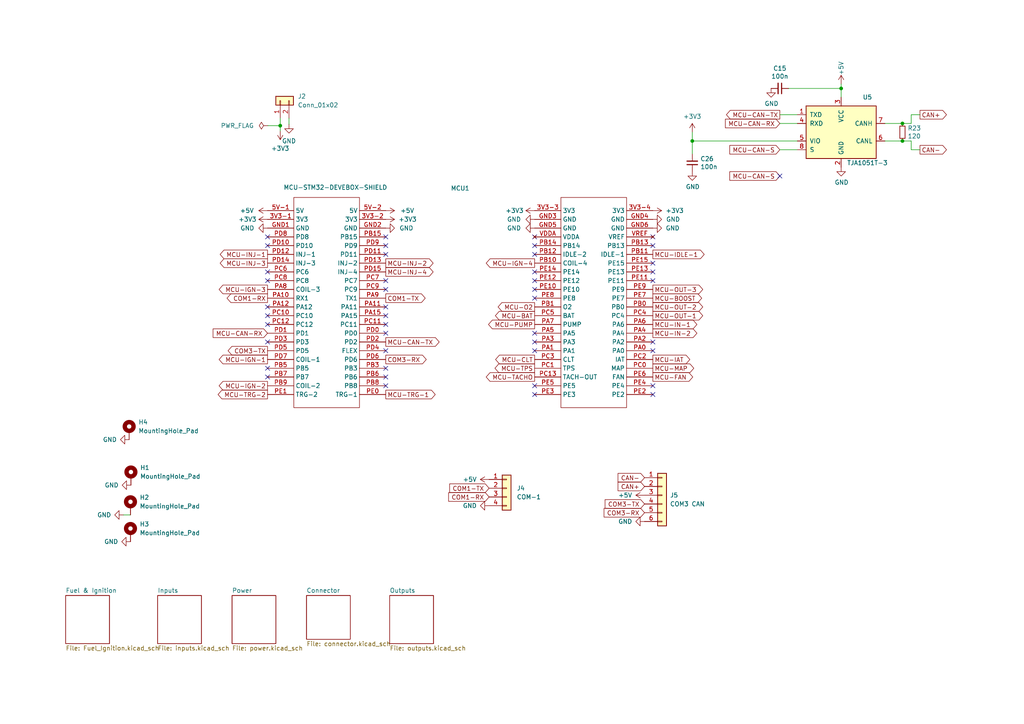
<source format=kicad_sch>
(kicad_sch (version 20230121) (generator eeschema)
  (paper "A4")
  (title_block (title "0.4") (date "2021-03-27") (rev "4d") (company "Speeduino"))
  (lib_symbols
    (symbol "Connector_Generic:Conn_01x02" (pin_names (offset 1.016) hide)
      (property "Reference" "J2" (at 1.27 -5.08 90))
      (property "Value" "Conn_01x02" (at -1.27 -5.08 90))
      (symbol "Conn_01x02_1_1"
        (rectangle (start -1.27 -2.413) (end 0 -2.667) (stroke (width 0.1524)))
        (rectangle (start -1.27 0.127) (end 0 -0.127) (stroke (width 0.1524)))
        (rectangle (start -1.27 1.27) (end 1.27 -3.81) (stroke (width 0.254)) (fill (type background)))
        (pin power_in line (at -5.08 0 0) (length 3.81) (name "Pin_1") (number "1"))
        (pin passive line (at -5.08 -2.54 0) (length 3.81) (name "Pin_2") (number "2"))
      )
    )
    (symbol "Connector_Generic:Conn_01x04" (pin_names (offset 1.016) hide)
      (property "Reference" "J" (at 0 5.08 0))
      (property "Value" "Conn_01x04" (at 0 -7.62 0))
      (symbol "Conn_01x04_1_1"
        (rectangle (start -1.27 -4.953) (end 0 -5.207) (stroke (width 0.1524)))
        (rectangle (start -1.27 -2.413) (end 0 -2.667) (stroke (width 0.1524)))
        (rectangle (start -1.27 0.127) (end 0 -0.127) (stroke (width 0.1524)))
        (rectangle (start -1.27 2.667) (end 0 2.413) (stroke (width 0.1524)))
        (rectangle (start -1.27 3.81) (end 1.27 -6.35) (stroke (width 0.254)) (fill (type background)))
        (pin passive line (at -5.08 2.54 0) (length 3.81) (name "Pin_1") (number "1"))
        (pin passive line (at -5.08 0 0) (length 3.81) (name "Pin_2") (number "2"))
        (pin passive line (at -5.08 -2.54 0) (length 3.81) (name "Pin_3") (number "3"))
        (pin passive line (at -5.08 -5.08 0) (length 3.81) (name "Pin_4") (number "4"))
      )
    )
    (symbol "Connector_Generic:Conn_01x06" (pin_names (offset 1.016) hide)
      (property "Reference" "J" (at 0 7.62 0))
      (property "Value" "Conn_01x06" (at 0 -10.16 0))
      (symbol "Conn_01x06_1_1"
        (rectangle (start -1.27 -7.493) (end 0 -7.747) (stroke (width 0.1524)))
        (rectangle (start -1.27 -4.953) (end 0 -5.207) (stroke (width 0.1524)))
        (rectangle (start -1.27 -2.413) (end 0 -2.667) (stroke (width 0.1524)))
        (rectangle (start -1.27 0.127) (end 0 -0.127) (stroke (width 0.1524)))
        (rectangle (start -1.27 2.667) (end 0 2.413) (stroke (width 0.1524)))
        (rectangle (start -1.27 5.207) (end 0 4.953) (stroke (width 0.1524)))
        (rectangle (start -1.27 6.35) (end 1.27 -8.89) (stroke (width 0.254)) (fill (type background)))
        (pin passive line (at -5.08 5.08 0) (length 3.81) (name "Pin_1") (number "1"))
        (pin passive line (at -5.08 2.54 0) (length 3.81) (name "Pin_2") (number "2"))
        (pin passive line (at -5.08 0 0) (length 3.81) (name "Pin_3") (number "3"))
        (pin passive line (at -5.08 -2.54 0) (length 3.81) (name "Pin_4") (number "4"))
        (pin passive line (at -5.08 -5.08 0) (length 3.81) (name "Pin_5") (number "5"))
        (pin passive line (at -5.08 -7.62 0) (length 3.81) (name "Pin_6") (number "6"))
      )
    )
    (symbol "Device:C_Small" (pin_numbers hide) (pin_names (offset 0.254) hide)
      (property "Reference" "C" (at 0.254 1.778 0))
      (property "Value" "C_Small" (at 0.254 -2.032 0))
      (symbol "C_Small_0_1"
        (polyline (pts (xy -1.524 -0.508) (xy 1.524 -0.508)) (stroke (width 0.3302)))
        (polyline (pts (xy -1.524 0.508) (xy 1.524 0.508)) (stroke (width 0.3048)))
      )
      (symbol "C_Small_1_1"
        (pin passive line (at 0 2.54 270) (length 2.032) (name "~") (number "1"))
        (pin passive line (at 0 -2.54 90) (length 2.032) (name "~") (number "2"))
      )
    )
    (symbol "Device:R_Small" (pin_numbers hide) (pin_names (offset 0.254) hide)
      (property "Reference" "R" (at 0.762 0.508 0))
      (property "Value" "R_Small" (at 0.762 -1.016 0))
      (symbol "R_Small_0_1"
        (rectangle (start -0.762 1.778) (end 0.762 -1.778) (stroke (width 0.2032)))
      )
      (symbol "R_Small_1_1"
        (pin passive line (at 0 2.54 270) (length 0.762) (name "~") (number "1"))
        (pin passive line (at 0 -2.54 90) (length 0.762) (name "~") (number "2"))
      )
    )
    (symbol "Interface_CAN_LIN:TJA1051T-3" (pin_names (offset 1.016))
      (property "Reference" "U" (at -10.16 8.89 0))
      (property "Value" "TJA1051T-3" (at 1.27 8.89 0))
      (symbol "TJA1051T-3_0_1"
        (rectangle (start -10.16 7.62) (end 10.16 -7.62) (stroke (width 0.254)) (fill (type background)))
      )
      (symbol "TJA1051T-3_1_1"
        (pin input line (at -12.7 5.08 0) (length 2.54) (name "TXD") (number "1"))
        (pin power_in line (at 0 -10.16 90) (length 2.54) (name "GND") (number "2"))
        (pin power_in line (at 0 10.16 270) (length 2.54) (name "VCC") (number "3"))
        (pin output line (at -12.7 2.54 0) (length 2.54) (name "RXD") (number "4"))
        (pin power_in line (at -12.7 -2.54 0) (length 2.54) (name "VIO") (number "5"))
        (pin bidirectional line (at 12.7 -2.54 180) (length 2.54) (name "CANL") (number "6"))
        (pin bidirectional line (at 12.7 2.54 180) (length 2.54) (name "CANH") (number "7"))
        (pin input line (at -12.7 -5.08 0) (length 2.54) (name "S") (number "8"))
      )
    )
    (symbol "Mechanical:MountingHole_Pad" (pin_numbers hide) (pin_names (offset 1.016) hide)
      (property "Reference" "H" (at 0 6.35 0))
      (property "Value" "MountingHole_Pad" (at 0 4.445 0))
      (symbol "MountingHole_Pad_0_1"
        (circle (center 0 1.27) (radius 1.27) (stroke (width 1.27)))
      )
      (symbol "MountingHole_Pad_1_1"
        (pin input line (at 0 -2.54 90) (length 2.54) (name "1") (number "1"))
      )
    )
    (symbol "power:+3V3" (power) (pin_names (offset 0))
      (property "Value" "+3V3" (at 0 3.556 0))
      (symbol "+3V3_0_1"
        (polyline (pts (xy -0.762 1.27) (xy 0 2.54)))
        (polyline (pts (xy 0 0) (xy 0 2.54)))
        (polyline (pts (xy 0 2.54) (xy 0.762 1.27)))
      )
      (symbol "+3V3_1_1"
        (pin power_in line (at 0 0 90) (length 0) hide (name "+3V3") (number "1"))
      )
    )
    (symbol "power:+5V" (power) (pin_names (offset 0))
      (property "Value" "+5V" (at 0 3.556 0))
      (symbol "+5V_0_1"
        (polyline (pts (xy -0.762 1.27) (xy 0 2.54)))
        (polyline (pts (xy 0 0) (xy 0 2.54)))
        (polyline (pts (xy 0 2.54) (xy 0.762 1.27)))
      )
      (symbol "+5V_1_1"
        (pin power_in line (at 0 0 90) (length 0) hide (name "+5V") (number "1"))
      )
    )
    (symbol "power:GND" (power) (pin_names (offset 0))
      (property "Value" "GND" (at 0 -3.81 0))
      (symbol "GND_0_1"
        (polyline (pts (xy 0 0) (xy 0 -1.27) (xy 1.27 -1.27) (xy 0 -2.54) (xy -1.27 -1.27) (xy 0 -1.27)))
      )
      (symbol "GND_1_1"
        (pin power_in line (at 0 0 270) (length 0) hide (name "GND") (number "1"))
      )
    )
    (symbol "power:PWR_FLAG" (power) (pin_numbers hide) (pin_names (offset 0) hide)
      (property "Value" "PWR_FLAG" (at 0 3.81 0))
      (symbol "PWR_FLAG_0_0"
        (pin power_out line (at 0 0 90) (length 0) (name "pwr") (number "1"))
      )
      (symbol "PWR_FLAG_0_1"
        (polyline (pts (xy 0 0) (xy 0 1.27) (xy -1.016 1.905) (xy 0 2.54) (xy 1.016 1.905) (xy 0 1.27)))
      )
    )
    (symbol "v0.4.3d-rescue:STM32-DEVEBOX"
      (property "Reference" "MCU" (at 43.18 -15.24 0))
      (symbol "STM32-DEVEBOX_1_1"
        (rectangle (start -5.08 12.7) (end 13.97 -48.26))
        (rectangle (start 72.39 12.7) (end 91.44 -48.26))
        (pin power_in line (at -12.7 6.35 0) (length 7.62) (name "3V3") (number "3V3-1"))
        (pin power_in line (at 21.59 6.35 180) (length 7.62) (name "3V3") (number "3V3-2"))
        (pin power_in line (at 64.77 8.89 0) (length 7.62) (name "3V3") (number "3V3-3"))
        (pin power_in line (at 99.06 8.89 180) (length 7.62) (name "3V3") (number "3V3-4"))
        (pin power_in line (at -12.7 8.89 0) (length 7.62) (name "5V") (number "5V-1"))
        (pin power_in line (at 21.59 8.89 180) (length 7.62) (name "5V") (number "5V-2"))
        (pin power_in line (at -12.7 3.81 0) (length 7.62) (name "GND") (number "GND1"))
        (pin power_in line (at 21.59 3.81 180) (length 7.62) (name "GND") (number "GND2"))
        (pin power_in line (at 64.77 6.35 0) (length 7.62) (name "GND") (number "GND3"))
        (pin power_in line (at 99.06 6.35 180) (length 7.62) (name "GND") (number "GND4"))
        (pin power_in line (at 64.77 3.81 0) (length 7.62) (name "GND") (number "GND5"))
        (pin power_in line (at 99.06 3.81 180) (length 7.62) (name "GND") (number "GND6"))
        (pin bidirectional line (at 99.06 -31.75 180) (length 7.62) (name "PA0") (number "PA0"))
        (pin bidirectional line (at 64.77 -31.75 0) (length 7.62) (name "PA1") (number "PA1"))
        (pin bidirectional line (at -12.7 -16.51 0) (length 7.62) (name "RX1") (number "PA10"))
        (pin bidirectional line (at 21.59 -19.05 180) (length 7.62) (name "PA11") (number "PA11"))
        (pin bidirectional line (at -12.7 -19.05 0) (length 7.62) (name "PA12") (number "PA12"))
        (pin bidirectional line (at 21.59 -21.59 180) (length 7.62) (name "PA15") (number "PA15"))
        (pin bidirectional line (at 99.06 -29.21 180) (length 7.62) (name "PA2") (number "PA2"))
        (pin bidirectional line (at 64.77 -29.21 0) (length 7.62) (name "PA3") (number "PA3"))
        (pin bidirectional line (at 99.06 -26.67 180) (length 7.62) (name "PA4") (number "PA4"))
        (pin bidirectional line (at 64.77 -26.67 0) (length 7.62) (name "PA5") (number "PA5"))
        (pin bidirectional line (at 99.06 -24.13 180) (length 7.62) (name "PA6") (number "PA6"))
        (pin bidirectional line (at 64.77 -24.13 0) (length 7.62) (name "PUMP") (number "PA7"))
        (pin bidirectional line (at -12.7 -13.97 0) (length 7.62) (name "COIL-3") (number "PA8"))
        (pin bidirectional line (at 21.59 -16.51 180) (length 7.62) (name "TX1") (number "PA9"))
        (pin bidirectional line (at 99.06 -19.05 180) (length 7.62) (name "PB0") (number "PB0"))
        (pin bidirectional line (at 64.77 -19.05 0) (length 7.62) (name "O2") (number "PB1"))
        (pin bidirectional line (at 64.77 -6.35 0) (length 7.62) (name "COIL-4") (number "PB10"))
        (pin bidirectional line (at 99.06 -3.81 180) (length 7.62) (name "IDLE-1") (number "PB11"))
        (pin bidirectional line (at 64.77 -3.81 0) (length 7.62) (name "IDLE-2") (number "PB12"))
        (pin bidirectional line (at 99.06 -1.27 180) (length 7.62) (name "PB13") (number "PB13"))
        (pin bidirectional line (at 64.77 -1.27 0) (length 7.62) (name "PB14") (number "PB14"))
        (pin bidirectional line (at 21.59 1.27 180) (length 7.62) (name "PB15") (number "PB15"))
        (pin bidirectional line (at 21.59 -36.83 180) (length 7.62) (name "PB3") (number "PB3"))
        (pin bidirectional line (at -12.7 -36.83 0) (length 7.62) (name "PB5") (number "PB5"))
        (pin bidirectional line (at 21.59 -39.37 180) (length 7.62) (name "PB6") (number "PB6"))
        (pin bidirectional line (at -12.7 -39.37 0) (length 7.62) (name "PB7") (number "PB7"))
        (pin bidirectional line (at 21.59 -41.91 180) (length 7.62) (name "PB8") (number "PB8"))
        (pin bidirectional line (at -12.7 -41.91 0) (length 7.62) (name "COIL-2") (number "PB9"))
        (pin bidirectional line (at 99.06 -36.83 180) (length 7.62) (name "MAP") (number "PC0"))
        (pin bidirectional line (at 64.77 -36.83 0) (length 7.62) (name "TPS") (number "PC1"))
        (pin bidirectional line (at -12.7 -21.59 0) (length 7.62) (name "PC10") (number "PC10"))
        (pin bidirectional line (at 21.59 -24.13 180) (length 7.62) (name "PC11") (number "PC11"))
        (pin bidirectional line (at -12.7 -24.13 0) (length 7.62) (name "PC12") (number "PC12"))
        (pin bidirectional line (at 64.77 -39.37 0) (length 7.62) (name "TACH-OUT") (number "PC13"))
        (pin bidirectional line (at 99.06 -34.29 180) (length 7.62) (name "IAT") (number "PC2"))
        (pin bidirectional line (at 64.77 -34.29 0) (length 7.62) (name "CLT") (number "PC3"))
        (pin bidirectional line (at 99.06 -21.59 180) (length 7.62) (name "PC4") (number "PC4"))
        (pin bidirectional line (at 64.77 -21.59 0) (length 7.62) (name "BAT") (number "PC5"))
        (pin bidirectional line (at -12.7 -8.89 0) (length 7.62) (name "PC6") (number "PC6"))
        (pin bidirectional line (at 21.59 -11.43 180) (length 7.62) (name "PC7") (number "PC7"))
        (pin bidirectional line (at -12.7 -11.43 0) (length 7.62) (name "PC8") (number "PC8"))
        (pin bidirectional line (at 21.59 -13.97 180) (length 7.62) (name "PC9") (number "PC9"))
        (pin bidirectional line (at 21.59 -26.67 180) (length 7.62) (name "PD0") (number "PD0"))
        (pin bidirectional line (at -12.7 -26.67 0) (length 7.62) (name "PD1") (number "PD1"))
        (pin bidirectional line (at -12.7 -1.27 0) (length 7.62) (name "PD10") (number "PD10"))
        (pin bidirectional line (at 21.59 -3.81 180) (length 7.62) (name "PD11") (number "PD11"))
        (pin bidirectional line (at -12.7 -3.81 0) (length 7.62) (name "INJ-1") (number "PD12"))
        (pin bidirectional line (at 21.59 -6.35 180) (length 7.62) (name "INJ-2") (number "PD13"))
        (pin bidirectional line (at -12.7 -6.35 0) (length 7.62) (name "INJ-3") (number "PD14"))
        (pin bidirectional line (at 21.59 -8.89 180) (length 7.62) (name "INJ-4") (number "PD15"))
        (pin bidirectional line (at 21.59 -29.21 180) (length 7.62) (name "PD2") (number "PD2"))
        (pin bidirectional line (at -12.7 -29.21 0) (length 7.62) (name "PD3") (number "PD3"))
        (pin bidirectional line (at 21.59 -31.75 180) (length 7.62) (name "FLEX") (number "PD4"))
        (pin bidirectional line (at -12.7 -31.75 0) (length 7.62) (name "PD5") (number "PD5"))
        (pin bidirectional line (at 21.59 -34.29 180) (length 7.62) (name "PD6") (number "PD6"))
        (pin bidirectional line (at -12.7 -34.29 0) (length 7.62) (name "COIL-1") (number "PD7"))
        (pin bidirectional line (at -12.7 1.27 0) (length 7.62) (name "PD8") (number "PD8"))
        (pin bidirectional line (at 21.59 -1.27 180) (length 7.62) (name "PD9") (number "PD9"))
        (pin bidirectional line (at 21.59 -44.45 180) (length 7.62) (name "TRG-1") (number "PE0"))
        (pin bidirectional line (at -12.7 -44.45 0) (length 7.62) (name "TRG-2") (number "PE1"))
        (pin bidirectional line (at 64.77 -13.97 0) (length 7.62) (name "PE10") (number "PE10"))
        (pin bidirectional line (at 99.06 -11.43 180) (length 7.62) (name "PE11") (number "PE11"))
        (pin bidirectional line (at 64.77 -11.43 0) (length 7.62) (name "PE12") (number "PE12"))
        (pin bidirectional line (at 99.06 -8.89 180) (length 7.62) (name "PE13") (number "PE13"))
        (pin bidirectional line (at 64.77 -8.89 0) (length 7.62) (name "PE14") (number "PE14"))
        (pin bidirectional line (at 99.06 -6.35 180) (length 7.62) (name "PE15") (number "PE15"))
        (pin bidirectional line (at 99.06 -44.45 180) (length 7.62) (name "PE2") (number "PE2"))
        (pin bidirectional line (at 64.77 -44.45 0) (length 7.62) (name "PE3") (number "PE3"))
        (pin bidirectional line (at 99.06 -41.91 180) (length 7.62) (name "PE4") (number "PE4"))
        (pin bidirectional line (at 64.77 -41.91 0) (length 7.62) (name "PE5") (number "PE5"))
        (pin bidirectional line (at 99.06 -39.37 180) (length 7.62) (name "FAN") (number "PE6"))
        (pin bidirectional line (at 99.06 -16.51 180) (length 7.62) (name "PE7") (number "PE7"))
        (pin bidirectional line (at 64.77 -16.51 0) (length 7.62) (name "PE8") (number "PE8"))
        (pin bidirectional line (at 99.06 -13.97 180) (length 7.62) (name "PE9") (number "PE9"))
        (pin no_connect line (at 64.77 1.27 0) (length 7.62) (name "VDDA") (number "VDDA"))
        (pin no_connect line (at 99.06 1.27 180) (length 7.62) (name "VREF") (number "VREF"))
      )
    )
  )
  (junction (at 81.28 36.449))
  (junction (at 243.967 25.654))
  (junction (at 261.747 40.894))
  (junction (at 200.787 40.894))
  (junction (at 261.747 35.814))
  (no_connect (at 189.357 81.407))
  (no_connect (at 155.067 83.947))
  (no_connect (at 77.597 71.247))
  (no_connect (at 111.887 71.247))
  (no_connect (at 189.357 101.727))
  (no_connect (at 111.887 81.407))
  (no_connect (at 155.067 114.427))
  (no_connect (at 111.887 68.707))
  (no_connect (at 111.887 96.647))
  (no_connect (at 155.067 111.887))
  (no_connect (at 155.067 68.707))
  (no_connect (at 77.597 109.347))
  (no_connect (at 189.357 78.867))
  (no_connect (at 77.597 106.807))
  (no_connect (at 77.597 99.187))
  (no_connect (at 155.067 101.727))
  (no_connect (at 155.067 96.647))
  (no_connect (at 189.357 99.187))
  (no_connect (at 111.887 91.567))
  (no_connect (at 111.887 83.947))
  (no_connect (at 77.597 91.567))
  (no_connect (at 189.357 71.247))
  (no_connect (at 155.067 86.487))
  (no_connect (at 155.067 78.867))
  (no_connect (at 111.887 89.027))
  (no_connect (at 189.357 68.707))
  (no_connect (at 155.067 71.247))
  (no_connect (at 77.597 89.027))
  (no_connect (at 155.067 99.187))
  (no_connect (at 77.597 78.867))
  (no_connect (at 77.597 68.707))
  (no_connect (at 189.357 76.327))
  (no_connect (at 189.357 114.427))
  (no_connect (at 111.887 73.787))
  (no_connect (at 226.187 51.054))
  (no_connect (at 77.597 94.107))
  (no_connect (at 111.887 111.887))
  (no_connect (at 111.887 94.107))
  (no_connect (at 189.357 111.887))
  (no_connect (at 111.887 106.807))
  (no_connect (at 111.887 109.347))
  (no_connect (at 155.067 81.407))
  (no_connect (at 111.887 101.727))
  (no_connect (at 77.597 81.407))
  (no_connect (at 155.067 73.787))
  (wire (pts (xy 231.267 40.894) (xy 200.787 40.894)))
  (wire (pts (xy 228.727 25.654) (xy 243.967 25.654)))
  (wire (pts (xy 256.667 35.814) (xy 261.747 35.814)))
  (wire (pts (xy 83.82 36.068) (xy 83.82 34.29)))
  (wire (pts (xy 243.967 25.654) (xy 243.967 28.194)))
  (wire (pts (xy 35.814 149.352) (xy 37.846 149.352)))
  (wire (pts (xy 81.28 37.973) (xy 81.28 36.449)))
  (wire (pts (xy 261.747 40.894) (xy 264.287 40.894)))
  (wire (pts (xy 264.287 33.274) (xy 264.287 35.814)))
  (wire (pts (xy 200.787 40.894) (xy 200.787 44.704)))
  (wire (pts (xy 231.267 35.814) (xy 226.187 35.814)))
  (wire (pts (xy 264.287 43.434) (xy 266.827 43.434)))
  (wire (pts (xy 266.827 33.274) (xy 264.287 33.274)))
  (wire (pts (xy 226.187 33.274) (xy 231.267 33.274)))
  (wire (pts (xy 226.187 43.434) (xy 231.267 43.434)))
  (wire (pts (xy 264.287 40.894) (xy 264.287 43.434)))
  (wire (pts (xy 200.787 38.354) (xy 200.787 40.894)))
  (wire (pts (xy 256.667 40.894) (xy 261.747 40.894)))
  (wire (pts (xy 243.967 24.384) (xy 243.967 25.654)))
  (wire (pts (xy 264.287 35.814) (xy 261.747 35.814)))
  (wire (pts (xy 77.724 36.449) (xy 81.28 36.449)))
  (wire (pts (xy 81.28 36.449) (xy 81.28 34.29)))
  (global_label "COM3-TX" (shape output) (at 77.597 101.727 180) (property "Intersheetrefs" "${INTERSHEET_REFS}" (effects hide)))
  (global_label "MCU-OUT-3" (shape output) (at 189.357 83.947 0) (property "Intersheetrefs" "${INTERSHEET_REFS}" (effects hide)))
  (global_label "MCU-OUT-2" (shape output) (at 189.357 89.027 0) (property "Intersheetrefs" "${INTERSHEET_REFS}" (effects hide)))
  (global_label "MCU-OUT-1" (shape output) (at 189.357 91.567 0) (property "Intersheetrefs" "${INTERSHEET_REFS}" (effects hide)))
  (global_label "CAN-" (shape input) (at 186.944 138.557 180) (property "Intersheetrefs" "${INTERSHEET_REFS}" (effects hide)))
  (global_label "MCU-TACHO" (shape output) (at 155.067 109.347 180) (property "Intersheetrefs" "${INTERSHEET_REFS}" (effects hide)))
  (global_label "MCU-BAT" (shape output) (at 155.067 91.567 180) (property "Intersheetrefs" "${INTERSHEET_REFS}" (effects hide)))
  (global_label "MCU-IGN-4" (shape output) (at 155.067 76.327 180) (property "Intersheetrefs" "${INTERSHEET_REFS}" (effects hide)))
  (global_label "MCU-CAN-RX" (shape input) (at 77.597 96.647 180) (property "Intersheetrefs" "${INTERSHEET_REFS}" (effects hide)))
  (global_label "MCU-CAN-TX" (shape output) (at 226.187 33.274 180) (property "Intersheetrefs" "${INTERSHEET_REFS}" (effects hide)))
  (global_label "MCU-CAN-S" (shape input) (at 226.187 51.054 180) (property "Intersheetrefs" "${INTERSHEET_REFS}" (effects hide)))
  (global_label "MCU-INJ-2" (shape output) (at 111.887 76.327 0) (property "Intersheetrefs" "${INTERSHEET_REFS}" (effects hide)))
  (global_label "MCU-IAT" (shape output) (at 189.357 104.267 0) (property "Intersheetrefs" "${INTERSHEET_REFS}" (effects hide)))
  (global_label "MCU-PUMP" (shape output) (at 155.067 94.107 180) (property "Intersheetrefs" "${INTERSHEET_REFS}" (effects hide)))
  (global_label "MCU-TRG-1" (shape output) (at 111.887 114.427 0) (property "Intersheetrefs" "${INTERSHEET_REFS}" (effects hide)))
  (global_label "COM1-TX" (shape input) (at 141.859 141.605 180) (property "Intersheetrefs" "${INTERSHEET_REFS}" (effects hide)))
  (global_label "COM1-RX" (shape output) (at 77.597 86.487 180) (property "Intersheetrefs" "${INTERSHEET_REFS}" (effects hide)))
  (global_label "MCU-INJ-1" (shape output) (at 77.597 73.787 180) (property "Intersheetrefs" "${INTERSHEET_REFS}" (effects hide)))
  (global_label "MCU-FAN" (shape output) (at 189.357 109.347 0) (property "Intersheetrefs" "${INTERSHEET_REFS}" (effects hide)))
  (global_label "COM1-RX" (shape input) (at 141.859 144.145 180) (property "Intersheetrefs" "${INTERSHEET_REFS}" (effects hide)))
  (global_label "COM1-TX" (shape output) (at 111.887 86.487 0) (property "Intersheetrefs" "${INTERSHEET_REFS}" (effects hide)))
  (global_label "MCU-INJ-4" (shape output) (at 111.887 78.867 0) (property "Intersheetrefs" "${INTERSHEET_REFS}" (effects hide)))
  (global_label "MCU-IGN-2" (shape output) (at 77.597 111.887 180) (property "Intersheetrefs" "${INTERSHEET_REFS}" (effects hide)))
  (global_label "MCU-BOOST" (shape output) (at 189.357 86.487 0) (property "Intersheetrefs" "${INTERSHEET_REFS}" (effects hide)))
  (global_label "CAN+" (shape input) (at 186.944 141.097 180) (property "Intersheetrefs" "${INTERSHEET_REFS}" (effects hide)))
  (global_label "COM3-RX" (shape input) (at 186.944 148.717 180) (property "Intersheetrefs" "${INTERSHEET_REFS}" (effects hide)))
  (global_label "CAN+" (shape output) (at 266.827 33.274 0) (property "Intersheetrefs" "${INTERSHEET_REFS}" (effects hide)))
  (global_label "MCU-CAN-RX" (shape input) (at 226.187 35.814 180) (property "Intersheetrefs" "${INTERSHEET_REFS}" (effects hide)))
  (global_label "MCU-INJ-3" (shape output) (at 77.597 76.327 180) (property "Intersheetrefs" "${INTERSHEET_REFS}" (effects hide)))
  (global_label "MCU-IN-1" (shape output) (at 189.357 94.107 0) (property "Intersheetrefs" "${INTERSHEET_REFS}" (effects hide)))
  (global_label "MCU-TRG-2" (shape output) (at 77.597 114.427 180) (property "Intersheetrefs" "${INTERSHEET_REFS}" (effects hide)))
  (global_label "COM3-TX" (shape input) (at 186.944 146.177 180) (property "Intersheetrefs" "${INTERSHEET_REFS}" (effects hide)))
  (global_label "MCU-TPS" (shape output) (at 155.067 106.807 180) (property "Intersheetrefs" "${INTERSHEET_REFS}" (effects hide)))
  (global_label "MCU-CLT" (shape output) (at 155.067 104.267 180) (property "Intersheetrefs" "${INTERSHEET_REFS}" (effects hide)))
  (global_label "COM3-RX" (shape output) (at 111.887 104.267 0) (property "Intersheetrefs" "${INTERSHEET_REFS}" (effects hide)))
  (global_label "MCU-IGN-3" (shape output) (at 77.597 83.947 180) (property "Intersheetrefs" "${INTERSHEET_REFS}" (effects hide)))
  (global_label "MCU-IDLE-1" (shape output) (at 189.357 73.787 0) (property "Intersheetrefs" "${INTERSHEET_REFS}" (effects hide)))
  (global_label "MCU-CAN-S" (shape input) (at 226.187 43.434 180) (property "Intersheetrefs" "${INTERSHEET_REFS}" (effects hide)))
  (global_label "MCU-MAP" (shape output) (at 189.357 106.807 0) (property "Intersheetrefs" "${INTERSHEET_REFS}" (effects hide)))
  (global_label "CAN-" (shape output) (at 266.827 43.434 0) (property "Intersheetrefs" "${INTERSHEET_REFS}" (effects hide)))
  (global_label "MCU-O2" (shape output) (at 155.067 89.027 180) (property "Intersheetrefs" "${INTERSHEET_REFS}" (effects hide)))
  (global_label "MCU-IN-2" (shape output) (at 189.357 96.647 0) (property "Intersheetrefs" "${INTERSHEET_REFS}" (effects hide)))
  (global_label "MCU-CAN-TX" (shape output) (at 111.887 99.187 0) (property "Intersheetrefs" "${INTERSHEET_REFS}" (effects hide)))
  (global_label "MCU-IGN-1" (shape output) (at 77.597 104.267 180) (property "Intersheetrefs" "${INTERSHEET_REFS}" (effects hide)))
  (symbol (lib_id "power:GND") (at 37.465 127.508 270) (unit 1)
    (property "Reference" "#PWR089" (effects hide))
    (property "Value" "GND" (at 33.909 127.508 90) (effects (justify right)))
  )
  (symbol (lib_id "Mechanical:MountingHole_Pad") (at 37.846 146.812 0) (unit 1)
    (property "Reference" "H2" (at 40.513 144.272 0) (effects (justify left)))
    (property "Value" "MountingHole_Pad" (at 40.513 146.812 0) (effects (justify left)))
    (property "Footprint" "MountingHole:MountingHole_3.2mm_M3_ISO7380_Pad_TopBottom" (effects hide))
  )
  (symbol (lib_id "power:GND") (at 141.859 146.685 270) (unit 1)
    (property "Reference" "#PWR050" (effects hide))
    (property "Value" "GND" (at 138.303 146.685 90) (effects (justify right)))
  )
  (symbol (lib_id "v0.4.3d-rescue:STM32-DEVEBOX") (at 90.297 69.977 0) (unit 1)
    (property "Reference" "MCU1" (at 133.477 54.61 0))
    (property "Value" "MCU-STM32-DEVEBOX-SHIELD" (at 97.282 54.356 0))
    (property "Footprint" "Shields:Stm32_devebox_shield_Pin_Only" (effects hide))
  )
  (symbol (lib_id "power:+3V3") (at 189.357 61.087 270) (unit 1)
    (property "Reference" "#PWR024" (effects hide))
    (property "Value" "+3V3" (at 193.04 61.087 90) (effects (justify left)))
  )
  (symbol (lib_id "power:GND") (at 83.82 36.068 0) (unit 1)
    (property "Reference" "#PWR066" (effects hide))
    (property "Value" "GND" (at 83.82 40.894 0))
  )
  (symbol (lib_id "power:GND") (at 189.357 66.167 90) (unit 1)
    (property "Reference" "#PWR037" (effects hide))
    (property "Value" "GND" (at 193.04 66.167 90) (effects (justify right)))
  )
  (symbol (lib_id "power:+5V") (at 141.859 139.065 90) (unit 1)
    (property "Reference" "#PWR045" (effects hide))
    (property "Value" "+5V" (at 138.303 139.065 90) (effects (justify left)))
  )
  (symbol (lib_id "power:GND") (at 155.067 63.627 270) (unit 1)
    (property "Reference" "#PWR047" (effects hide))
    (property "Value" "GND" (at 151.13 63.627 90) (effects (justify right)))
  )
  (symbol (lib_id "power:+3V3") (at 81.28 37.973 180) (unit 1)
    (property "Reference" "#PWR065" (effects hide))
    (property "Value" "+3V3" (at 81.28 43.053 0))
  )
  (symbol (lib_id "Interface_CAN_LIN:TJA1051T-3") (at 243.967 38.354 0) (unit 1)
    (property "Reference" "U5" (at 251.587 28.194 0))
    (property "Value" "TJA1051T-3" (at 251.587 47.244 0))
    (property "Footprint" "Package_SO:SOIC-8_3.9x4.9mm_P1.27mm" (effects hide))
    (property "Datasheet" "http://www.nxp.com/documents/data_sheet/TJA1051.pdf" (effects hide))
  )
  (symbol (lib_id "power:GND") (at 37.846 157.099 270) (unit 1)
    (property "Reference" "#PWR092" (effects hide))
    (property "Value" "GND" (at 34.29 157.099 90) (effects (justify right)))
  )
  (symbol (lib_id "power:+5V") (at 111.887 61.087 270) (unit 1)
    (property "Reference" "#PWR026" (effects hide))
    (property "Value" "+5V" (at 116.078 61.087 90) (effects (justify left)))
  )
  (symbol (lib_id "Device:C_Small") (at 200.787 47.244 180) (unit 1)
    (property "Reference" "C26" (at 203.1238 46.0756 0) (effects (justify right)))
    (property "Value" "100n" (at 203.1238 48.387 0) (effects (justify right)))
    (property "Footprint" "Capacitor_SMD:C_0402_1005Metric_Pad0.74x0.62mm_HandSolder" (effects hide))
  )
  (symbol (lib_id "power:GND") (at 189.357 63.627 90) (unit 1)
    (property "Reference" "#PWR033" (effects hide))
    (property "Value" "GND" (at 193.167 63.627 90) (effects (justify right)))
  )
  (symbol (lib_id "power:GND") (at 243.967 48.514 0) (unit 1)
    (property "Reference" "#PWR088" (effects hide))
    (property "Value" "GND" (at 244.094 52.9082 0))
  )
  (symbol (lib_id "power:GND") (at 37.973 140.716 270) (unit 1)
    (property "Reference" "#PWR090" (effects hide))
    (property "Value" "GND" (at 34.417 140.716 90) (effects (justify right)))
  )
  (symbol (lib_id "power:+5V") (at 77.597 61.087 90) (unit 1)
    (property "Reference" "#PWR052" (effects hide))
    (property "Value" "+5V" (at 73.66 61.087 90) (effects (justify left)))
  )
  (symbol (lib_id "power:GND") (at 111.887 66.167 90) (unit 1)
    (property "Reference" "#PWR042" (effects hide))
    (property "Value" "GND" (at 115.824 66.167 90) (effects (justify right)))
  )
  (symbol (lib_id "Connector_Generic:Conn_01x02") (at 81.28 29.21 90) (unit 1)
    (property "Reference" "J2" (at 86.36 27.94 90) (effects (justify right)))
    (property "Value" "Conn_01x02" (at 86.36 30.48 90) (effects (justify right)))
  )
  (symbol (lib_id "power:+3V3") (at 200.787 38.354 0) (unit 1)
    (property "Reference" "#PWR055" (effects hide))
    (property "Value" "+3V3" (at 200.787 33.782 0))
  )
  (symbol (lib_id "power:GND") (at 200.787 49.784 0) (unit 1)
    (property "Reference" "#PWR056" (effects hide))
    (property "Value" "GND" (at 200.914 54.1782 0))
  )
  (symbol (lib_id "Connector_Generic:Conn_01x06") (at 192.024 143.637 0) (unit 1)
    (property "Reference" "J5" (at 194.31 143.637 0) (effects (justify left)))
    (property "Value" "COM3 CAN" (at 194.31 146.177 0) (effects (justify left)))
    (property "Footprint" "Connector_JST:JST_PH_B6B-PH-K_1x06_P2.00mm_Vertical" (effects hide))
  )
  (symbol (lib_id "power:PWR_FLAG") (at 77.724 36.449 90) (unit 1)
    (property "Reference" "#FLG05" (effects hide))
    (property "Value" "PWR_FLAG" (at 73.66 36.449 90) (effects (justify left)))
  )
  (symbol (lib_id "Mechanical:MountingHole_Pad") (at 37.973 138.176 0) (unit 1)
    (property "Reference" "H1" (at 40.64 135.636 0) (effects (justify left)))
    (property "Value" "MountingHole_Pad" (at 40.64 138.176 0) (effects (justify left)))
    (property "Footprint" "MountingHole:MountingHole_3.2mm_M3_ISO7380_Pad_TopBottom" (effects hide))
  )
  (symbol (lib_id "Mechanical:MountingHole_Pad") (at 37.846 154.559 0) (unit 1)
    (property "Reference" "H3" (at 40.513 152.019 0) (effects (justify left)))
    (property "Value" "MountingHole_Pad" (at 40.513 154.559 0) (effects (justify left)))
    (property "Footprint" "MountingHole:MountingHole_3.2mm_M3_ISO7380_Pad_TopBottom" (effects hide))
  )
  (symbol (lib_id "Device:R_Small") (at 261.747 38.354 180) (unit 1)
    (property "Reference" "R23" (at 263.2456 37.1856 0) (effects (justify right)))
    (property "Value" "120" (at 263.2456 39.497 0) (effects (justify right)))
    (property "Footprint" "Resistor_SMD:R_0603_1608Metric_Pad0.98x0.95mm_HandSolder" (effects hide))
  )
  (symbol (lib_id "power:+5V") (at 186.944 143.637 90) (unit 1)
    (property "Reference" "#PWR081" (effects hide))
    (property "Value" "+5V" (at 183.388 143.637 90) (effects (justify left)))
  )
  (symbol (lib_id "power:+3V3") (at 111.887 63.627 270) (unit 1)
    (property "Reference" "#PWR023" (effects hide))
    (property "Value" "+3V3" (at 115.57 63.627 90) (effects (justify left)))
  )
  (symbol (lib_id "power:+3V3") (at 155.067 61.087 90) (unit 1)
    (property "Reference" "#PWR025" (effects hide))
    (property "Value" "+3V3" (at 151.892 61.087 90) (effects (justify left)))
  )
  (symbol (lib_id "Mechanical:MountingHole_Pad") (at 37.465 124.968 0) (unit 1)
    (property "Reference" "H4" (at 40.132 122.428 0) (effects (justify left)))
    (property "Value" "MountingHole_Pad" (at 40.132 124.968 0) (effects (justify left)))
    (property "Footprint" "MountingHole:MountingHole_3.2mm_M3_ISO7380_Pad_TopBottom" (effects hide))
  )
  (symbol (lib_id "power:GND") (at 223.647 25.654 0) (unit 1)
    (property "Reference" "#PWR057" (effects hide))
    (property "Value" "GND" (at 223.774 30.0482 0))
  )
  (symbol (lib_id "power:GND") (at 35.814 149.352 270) (unit 1)
    (property "Reference" "#PWR091" (effects hide))
    (property "Value" "GND" (at 32.258 149.352 90) (effects (justify right)))
  )
  (symbol (lib_id "Device:C_Small") (at 226.187 25.654 270) (unit 1)
    (property "Reference" "C15" (at 226.187 19.8374 90))
    (property "Value" "100n" (at 226.187 22.1488 90))
    (property "Footprint" "Capacitor_SMD:C_0402_1005Metric_Pad0.74x0.62mm_HandSolder" (effects hide))
  )
  (symbol (lib_id "power:+5V") (at 243.967 24.384 0) (unit 1)
    (property "Reference" "#PWR078" (effects hide))
    (property "Value" "+5V" (at 243.967 21.844 90) (effects (justify left)))
  )
  (symbol (lib_id "power:+3V3") (at 77.597 63.627 90) (unit 1)
    (property "Reference" "#PWR022" (effects hide))
    (property "Value" "+3V3" (at 74.422 63.627 90) (effects (justify left)))
  )
  (symbol (lib_id "Connector_Generic:Conn_01x04") (at 146.939 141.605 0) (unit 1)
    (property "Reference" "J4" (at 149.86 141.605 0) (effects (justify left)))
    (property "Value" "COM-1" (at 149.86 144.145 0) (effects (justify left)))
    (property "Footprint" "Connector_JST:JST_PH_B4B-PH-K_1x04_P2.00mm_Vertical" (effects hide))
  )
  (symbol (lib_id "power:GND") (at 155.067 66.167 270) (unit 1)
    (property "Reference" "#PWR048" (effects hide))
    (property "Value" "GND" (at 151.13 66.167 90) (effects (justify right)))
  )
  (symbol (lib_id "power:GND") (at 186.944 151.257 270) (unit 1)
    (property "Reference" "#PWR083" (effects hide))
    (property "Value" "GND" (at 183.388 151.257 90) (effects (justify right)))
  )
  (symbol (lib_id "power:GND") (at 77.597 66.167 270) (unit 1)
    (property "Reference" "#PWR038" (effects hide))
    (property "Value" "GND" (at 73.787 66.167 90) (effects (justify right)))
  )
  (sheet (at 19.05 172.72) (size 12.7 13.97)
    (property "Sheetname" "Fuel & Ignition" (at 19.05 172.0084 0) (effects (justify left bottom)))
    (property "Sheetfile" "Fuel_Ignition.kicad_sch" (at 19.05 187.2746 0) (effects (justify left top)))
  )
  (sheet (at 45.72 172.72) (size 12.7 13.97)
    (property "Sheetname" "Inputs" (at 45.72 172.0084 0) (effects (justify left bottom)))
    (property "Sheetfile" "inputs.kicad_sch" (at 45.72 187.2746 0) (effects (justify left top)))
  )
  (sheet (at 67.31 172.72) (size 12.7 13.97)
    (property "Sheetname" "Power" (at 67.31 172.0084 0) (effects (justify left bottom)))
    (property "Sheetfile" "power.kicad_sch" (at 67.31 187.2746 0) (effects (justify left top)))
  )
  (sheet (at 88.9 172.72) (size 12.7 12.7)
    (property "Sheetname" "Connector" (at 88.9 172.0084 0) (effects (justify left bottom)))
    (property "Sheetfile" "connector.kicad_sch" (at 88.9 186.0046 0) (effects (justify left top)))
  )
  (sheet (at 113.03 172.72) (size 12.7 13.97)
    (property "Sheetname" "Outputs" (at 113.03 172.0084 0) (effects (justify left bottom)))
    (property "Sheetfile" "outputs.kicad_sch" (at 113.03 187.2746 0) (effects (justify left top)))
  )
)
</source>
